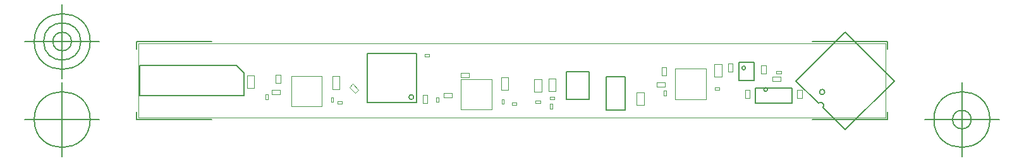
<source format=gbr>
G04 Generated by Ultiboard 14.2 *
%FSLAX46Y46*%
%MOIN*%

%ADD10C,0.000001*%
%ADD11C,0.008000*%
%ADD12C,0.000039*%
%ADD13C,0.005000*%


G04 ColorRGB 0000FF for the following layer *
%LN3D_uc44fe1606f98765c42*%
%LPD*%
G54D10*
G54D11*
X3165630Y195787D02*
X3244370Y195787D01*
X3244370Y294213D01*
X3165630Y294213D01*
X3180382Y263470D02*
G75*
D01*
G02X3180382Y263470I9842J0*
G01*
X3165630Y294213D02*
X3165630Y195787D01*
X555591Y236220D02*
X555591Y118110D01*
X4409Y118110D01*
X4409Y275591D01*
X516220Y275591D01*
X555591Y236220D01*
X2564213Y41417D02*
X2564213Y218583D01*
X2465787Y218583D01*
X2465787Y41417D01*
X2564213Y41417D01*
X2376024Y97165D02*
X2376024Y242835D01*
X2253976Y242835D01*
X2253976Y97165D01*
X2376024Y97165D01*
X3251161Y78012D02*
X3251161Y156752D01*
X3444075Y156752D01*
X3444075Y78012D01*
X3251161Y78012D01*
X3296437Y149313D02*
G75*
D01*
G02X3296437Y149313I9843J0*
G01*
X3725000Y-63901D02*
X3983901Y195000D01*
X3725000Y453901D01*
X3466099Y195000D01*
X3590032Y136028D02*
G75*
D01*
G02X3590032Y136028I13779J0*
G01*
X3606685Y54414D02*
X3607613Y55427D01*
X3608449Y56517D01*
X3609187Y57675D01*
X3609822Y58894D01*
X3610348Y60163D01*
X3610761Y61473D01*
X3611058Y62815D01*
X3611237Y64177D01*
X3611297Y65549D01*
X3611237Y66922D01*
X3611058Y68284D01*
X3610761Y69625D01*
X3610348Y70935D01*
X3609822Y72205D01*
X3609188Y73423D01*
X3608449Y74582D01*
X3607613Y75672D01*
X3606685Y76685D01*
X3605672Y77613D01*
X3604582Y78449D01*
X3603423Y79187D01*
X3602205Y79822D01*
X3600936Y80348D01*
X3599625Y80761D01*
X3598284Y81058D01*
X3596922Y81237D01*
X3595549Y81297D01*
X3594177Y81237D01*
X3592815Y81058D01*
X3591474Y80761D01*
X3590163Y80348D01*
X3588894Y79822D01*
X3587675Y79188D01*
X3586517Y78449D01*
X3585427Y77613D01*
X3584414Y76685D01*
X3584414Y76685D01*
X3466099Y195000D02*
X3584414Y76685D01*
X3606685Y54414D02*
X3725000Y-63901D01*
X1464921Y81339D02*
X1464921Y341181D01*
X1205079Y341181D01*
X1205079Y81339D01*
X1424287Y109177D02*
G75*
D01*
G02X1424287Y109177I12795J0*
G01*
X1205079Y81339D02*
X1464921Y81339D01*
G54D12*
X608701Y155551D02*
X608701Y224449D01*
X571299Y224449D02*
X571299Y155551D01*
X608701Y155551D01*
X608701Y224449D02*
X571299Y224449D01*
X681496Y97598D02*
X681496Y122402D01*
X668504Y122402D02*
X668504Y97598D01*
X681496Y97598D01*
X681496Y122402D02*
X668504Y122402D01*
X746654Y146811D02*
X703346Y146811D01*
X703346Y123189D02*
X746654Y123189D01*
X746654Y146811D01*
X703346Y146811D02*
X703346Y123189D01*
X804291Y220709D02*
X965709Y220709D01*
X965709Y59291D01*
X804291Y59291D01*
X804291Y220709D01*
X1013504Y107402D02*
X1013504Y82598D01*
X1026496Y82598D02*
X1026496Y107402D01*
X1013504Y107402D01*
X1013504Y82598D02*
X1026496Y82598D01*
X1047598Y73504D02*
X1072402Y73504D01*
X1072402Y86496D02*
X1047598Y86496D01*
X1047598Y73504D01*
X1072402Y73504D02*
X1072402Y86496D01*
X1058701Y150551D02*
X1058701Y219449D01*
X1021299Y219449D02*
X1021299Y150551D01*
X1058701Y150551D01*
X1058701Y219449D02*
X1021299Y219449D01*
X746811Y183346D02*
X746811Y226654D01*
X723189Y226654D02*
X723189Y183346D01*
X746811Y183346D01*
X746811Y226654D02*
X723189Y226654D01*
X3108189Y286654D02*
X3108189Y243346D01*
X3131811Y243346D02*
X3131811Y286654D01*
X3108189Y286654D01*
X3108189Y243346D02*
X3131811Y243346D01*
X3073701Y215551D02*
X3073701Y284449D01*
X3036299Y284449D02*
X3036299Y215551D01*
X3073701Y215551D01*
X3073701Y284449D02*
X3036299Y284449D01*
X2828642Y260059D02*
X2990059Y260059D01*
X2990059Y98642D01*
X2828642Y98642D01*
X2828642Y260059D01*
X2776654Y186811D02*
X2733346Y186811D01*
X2733346Y163189D02*
X2776654Y163189D01*
X2776654Y186811D01*
X2733346Y186811D02*
X2733346Y163189D01*
X2663701Y65551D02*
X2663701Y134449D01*
X2626299Y134449D02*
X2626299Y65551D01*
X2663701Y65551D01*
X2663701Y134449D02*
X2626299Y134449D01*
X2181496Y47598D02*
X2181496Y72402D01*
X2168504Y72402D02*
X2168504Y47598D01*
X2181496Y47598D01*
X2181496Y72402D02*
X2168504Y72402D01*
X2117402Y91496D02*
X2092598Y91496D01*
X2092598Y78504D02*
X2117402Y78504D01*
X2117402Y91496D01*
X2092598Y91496D02*
X2092598Y78504D01*
X2167598Y98504D02*
X2192402Y98504D01*
X2192402Y111496D02*
X2167598Y111496D01*
X2167598Y98504D01*
X2192402Y98504D02*
X2192402Y111496D01*
X2196831Y141457D02*
X2163169Y141457D01*
X2163169Y206024D01*
X2196831Y206024D01*
X2196831Y141457D01*
X2086299Y204449D02*
X2086299Y135551D01*
X2123701Y135551D02*
X2123701Y204449D01*
X2086299Y204449D01*
X2086299Y135551D02*
X2123701Y135551D01*
X2758189Y266654D02*
X2758189Y223346D01*
X2781811Y223346D02*
X2781811Y266654D01*
X2758189Y266654D01*
X2758189Y223346D02*
X2781811Y223346D01*
X2768504Y142402D02*
X2768504Y117598D01*
X2781496Y117598D02*
X2781496Y142402D01*
X2768504Y142402D01*
X2768504Y117598D02*
X2781496Y117598D01*
X3037598Y148504D02*
X3062402Y148504D01*
X3062402Y161496D02*
X3037598Y161496D01*
X3037598Y148504D01*
X3062402Y148504D02*
X3062402Y161496D01*
X3221811Y103346D02*
X3221811Y146654D01*
X3198189Y146654D02*
X3198189Y103346D01*
X3221811Y103346D01*
X3221811Y146654D02*
X3198189Y146654D01*
X3496811Y103346D02*
X3496811Y146654D01*
X3473189Y146654D02*
X3473189Y103346D01*
X3496811Y103346D01*
X3496811Y146654D02*
X3473189Y146654D01*
X3343346Y193189D02*
X3386654Y193189D01*
X3386654Y216811D02*
X3343346Y216811D01*
X3343346Y193189D01*
X3386654Y193189D02*
X3386654Y216811D01*
X3362598Y233504D02*
X3387402Y233504D01*
X3387402Y246496D02*
X3362598Y246496D01*
X3362598Y233504D01*
X3387402Y233504D02*
X3387402Y246496D01*
X3306811Y233346D02*
X3306811Y276654D01*
X3283189Y276654D02*
X3283189Y233346D01*
X3306811Y233346D01*
X3306811Y276654D02*
X3283189Y276654D01*
X1581496Y82598D02*
X1581496Y107402D01*
X1568504Y107402D02*
X1568504Y82598D01*
X1581496Y82598D01*
X1581496Y107402D02*
X1568504Y107402D01*
X1498189Y121654D02*
X1498189Y78346D01*
X1521811Y78346D02*
X1521811Y121654D01*
X1498189Y121654D01*
X1498189Y78346D02*
X1521811Y78346D01*
X1651654Y131811D02*
X1608346Y131811D01*
X1608346Y108189D02*
X1651654Y108189D01*
X1651654Y131811D01*
X1608346Y131811D02*
X1608346Y108189D01*
X1698642Y205059D02*
X1860059Y205059D01*
X1860059Y43642D01*
X1698642Y43642D01*
X1698642Y205059D01*
X1913504Y97402D02*
X1913504Y72598D01*
X1926496Y72598D02*
X1926496Y97402D01*
X1913504Y97402D01*
X1913504Y72598D02*
X1926496Y72598D01*
X1967598Y68504D02*
X1992402Y68504D01*
X1992402Y81496D02*
X1967598Y81496D01*
X1967598Y68504D01*
X1992402Y68504D02*
X1992402Y81496D01*
X1948701Y145551D02*
X1948701Y214449D01*
X1911299Y214449D02*
X1911299Y145551D01*
X1948701Y145551D01*
X1948701Y214449D02*
X1911299Y214449D01*
X1698346Y213189D02*
X1741654Y213189D01*
X1741654Y236811D02*
X1698346Y236811D01*
X1698346Y213189D01*
X1741654Y213189D02*
X1741654Y236811D01*
X1158663Y148040D02*
X1128040Y178663D01*
X1111337Y161960D02*
X1141960Y131337D01*
X1158663Y148040D01*
X1128040Y178663D02*
X1111337Y161960D01*
X1507598Y323504D02*
X1532402Y323504D01*
X1532402Y336496D02*
X1507598Y336496D01*
X1507598Y323504D01*
X1532402Y323504D02*
X1532402Y336496D01*
X0Y0D02*
X3937008Y0D01*
X3937008Y393701D01*
X0Y393701D01*
X0Y0D01*
G54D13*
X-10000Y-10000D02*
X-10000Y31370D01*
X-10000Y-10000D02*
X385701Y-10000D01*
X3947008Y-10000D02*
X3551307Y-10000D01*
X3947008Y-10000D02*
X3947008Y31370D01*
X3947008Y403701D02*
X3947008Y362331D01*
X3947008Y403701D02*
X3551307Y403701D01*
X-10000Y403701D02*
X385701Y403701D01*
X-10000Y403701D02*
X-10000Y362331D01*
X-206850Y-10000D02*
X-600551Y-10000D01*
X-403701Y-206850D02*
X-403701Y186850D01*
X-551339Y-10000D02*
G75*
D01*
G02X-551339Y-10000I147638J0*
G01*
X4143858Y-10000D02*
X4537559Y-10000D01*
X4340709Y-206850D02*
X4340709Y186850D01*
X4193071Y-10000D02*
G75*
D01*
G02X4193071Y-10000I147638J0*
G01*
X4291496Y-10000D02*
G75*
D01*
G02X4291496Y-10000I49213J0*
G01*
X-206850Y403701D02*
X-600551Y403701D01*
X-403701Y206850D02*
X-403701Y600551D01*
X-551339Y403701D02*
G75*
D01*
G02X-551339Y403701I147638J0*
G01*
X-502126Y403701D02*
G75*
D01*
G02X-502126Y403701I98425J0*
G01*
X-452913Y403701D02*
G75*
D01*
G02X-452913Y403701I49212J0*
G01*
X-10000Y-10000D02*
X-10000Y31370D01*
X-10000Y-10000D02*
X385701Y-10000D01*
X3947008Y-10000D02*
X3551307Y-10000D01*
X3947008Y-10000D02*
X3947008Y31370D01*
X3947008Y403701D02*
X3947008Y362331D01*
X3947008Y403701D02*
X3551307Y403701D01*
X-10000Y403701D02*
X385701Y403701D01*
X-10000Y403701D02*
X-10000Y362331D01*
X-206850Y-10000D02*
X-600551Y-10000D01*
X-403701Y-206850D02*
X-403701Y186850D01*
X-551339Y-10000D02*
G75*
D01*
G02X-551339Y-10000I147638J0*
G01*
X4143858Y-10000D02*
X4537559Y-10000D01*
X4340709Y-206850D02*
X4340709Y186850D01*
X4193071Y-10000D02*
G75*
D01*
G02X4193071Y-10000I147638J0*
G01*
X4291496Y-10000D02*
G75*
D01*
G02X4291496Y-10000I49213J0*
G01*
X-206850Y403701D02*
X-600551Y403701D01*
X-403701Y206850D02*
X-403701Y600551D01*
X-551339Y403701D02*
G75*
D01*
G02X-551339Y403701I147638J0*
G01*
X-502126Y403701D02*
G75*
D01*
G02X-502126Y403701I98425J0*
G01*
X-452913Y403701D02*
G75*
D01*
G02X-452913Y403701I49212J0*
G01*

M02*

</source>
